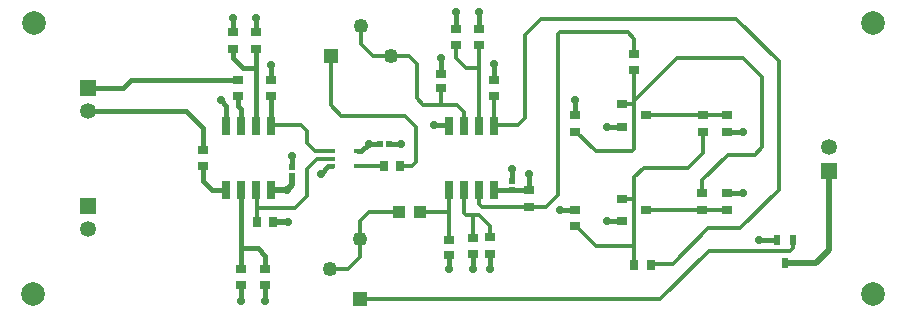
<source format=gbr>
G04*
G04 #@! TF.GenerationSoftware,Altium Limited,Altium Designer,23.8.1 (32)*
G04*
G04 Layer_Physical_Order=1*
G04 Layer_Color=255*
%FSLAX43Y43*%
%MOMM*%
G71*
G04*
G04 #@! TF.SameCoordinates,4157314E-2F8B-4695-BFB2-F8FC6B21436D*
G04*
G04*
G04 #@! TF.FilePolarity,Positive*
G04*
G01*
G75*
%ADD15R,0.472X0.515*%
%ADD16R,0.515X0.472*%
%ADD17R,0.500X0.850*%
%ADD18R,0.900X0.700*%
%ADD19R,0.650X1.528*%
%ADD20R,0.900X0.800*%
%ADD21R,1.100X1.100*%
%ADD22R,0.850X0.800*%
%ADD23R,0.700X0.900*%
%ADD30R,0.400X0.300*%
%ADD37C,0.500*%
%ADD38C,0.400*%
%ADD39C,0.300*%
%ADD40C,0.381*%
%ADD41R,1.350X1.350*%
%ADD42C,1.350*%
%ADD43C,2.000*%
%ADD44R,1.250X1.250*%
%ADD45C,1.250*%
%ADD46R,1.250X1.250*%
%ADD47C,0.700*%
D15*
X43500Y12604D02*
D03*
Y11846D02*
D03*
X24875Y13804D02*
D03*
Y13046D02*
D03*
D16*
X33104Y15800D02*
D03*
X32346D02*
D03*
D17*
X66650Y5700D02*
D03*
X66000Y7650D02*
D03*
X67300D02*
D03*
D18*
X61700Y18200D02*
D03*
Y16800D02*
D03*
X59700Y18200D02*
D03*
Y16800D02*
D03*
X61725Y10200D02*
D03*
Y11600D02*
D03*
X59650Y10200D02*
D03*
Y11600D02*
D03*
X48875Y8800D02*
D03*
Y10200D02*
D03*
X45000Y10450D02*
D03*
Y11850D02*
D03*
X40225Y7825D02*
D03*
Y6425D02*
D03*
X41675Y7875D02*
D03*
Y6475D02*
D03*
X53875Y22000D02*
D03*
Y23400D02*
D03*
X42030Y21225D02*
D03*
Y19825D02*
D03*
X17325Y13875D02*
D03*
Y15275D02*
D03*
X23155Y21225D02*
D03*
Y19825D02*
D03*
X48875Y16800D02*
D03*
Y18200D02*
D03*
X20350Y19825D02*
D03*
Y21225D02*
D03*
X38760Y24125D02*
D03*
Y25525D02*
D03*
X20615Y5225D02*
D03*
Y3825D02*
D03*
X40760Y25525D02*
D03*
Y24125D02*
D03*
X19885Y23825D02*
D03*
Y25225D02*
D03*
X21885Y25225D02*
D03*
Y23825D02*
D03*
X22615Y5225D02*
D03*
Y3825D02*
D03*
D19*
X42030Y17336D02*
D03*
X40760D02*
D03*
X39490D02*
D03*
X38220D02*
D03*
Y11914D02*
D03*
X39490D02*
D03*
X40760D02*
D03*
X42030D02*
D03*
X23155Y17336D02*
D03*
X21885D02*
D03*
X20615D02*
D03*
X19345D02*
D03*
Y11914D02*
D03*
X20615D02*
D03*
X21885D02*
D03*
X23155D02*
D03*
D20*
X52875Y11150D02*
D03*
Y9250D02*
D03*
X54875Y10200D02*
D03*
X52875Y19150D02*
D03*
Y17250D02*
D03*
X54875Y18200D02*
D03*
D21*
X35775Y9975D02*
D03*
X33975D02*
D03*
D22*
X38225Y7651D02*
D03*
Y6399D02*
D03*
X37525Y21726D02*
D03*
Y20474D02*
D03*
D23*
X55275Y5550D02*
D03*
X53875D02*
D03*
X23300Y9175D02*
D03*
X21900D02*
D03*
X32650Y13875D02*
D03*
X34050D02*
D03*
D30*
X30350Y15175D02*
D03*
Y13875D02*
D03*
X28350D02*
D03*
Y14525D02*
D03*
Y15175D02*
D03*
D37*
X70373Y6798D02*
Y13500D01*
X24875Y12270D02*
Y13046D01*
X23184Y11885D02*
X24500D01*
X23155Y11914D02*
X23184Y11885D01*
X24500Y11895D02*
X24875Y12270D01*
X24500Y11885D02*
Y11895D01*
X69275Y5700D02*
X70373Y6798D01*
X66650Y5700D02*
X69275D01*
X23300Y9175D02*
X24525D01*
D38*
X11250Y21225D02*
X20350D01*
X10575Y20550D02*
X11250Y21225D01*
X7627Y20550D02*
X10575D01*
X15900Y18550D02*
X17325Y17125D01*
X7627Y18550D02*
X15900D01*
X24875Y13804D02*
Y14790D01*
X33139Y15800D02*
X34125D01*
X31375Y15800D02*
X32346D01*
X19875Y25375D02*
Y26475D01*
X43500Y12639D02*
Y13625D01*
X42094Y11850D02*
X44965D01*
X45000Y11885D01*
X42030Y11914D02*
X42094Y11850D01*
X51600Y9250D02*
X52875D01*
X47600Y10200D02*
X48875D01*
X51600Y17250D02*
X52875D01*
X64425Y7650D02*
X66000D01*
X20615Y6925D02*
Y11885D01*
Y6925D02*
X22000D01*
X22615Y5325D02*
Y6310D01*
X20615Y5225D02*
Y6925D01*
X22000D02*
X22615Y6310D01*
X21885Y11885D02*
X21892Y11877D01*
Y9182D02*
X21900Y9175D01*
X19345Y11425D02*
Y11885D01*
X17325Y12675D02*
Y13875D01*
X18115Y11885D02*
X19345D01*
X17325Y12675D02*
X18115Y11885D01*
X32650Y13875D02*
X32650Y13875D01*
X27950Y13875D02*
X28250D01*
X27325Y13250D02*
X27950Y13875D01*
X20600Y2475D02*
Y3810D01*
X22615Y2475D02*
Y3725D01*
X61700Y16800D02*
X63075D01*
X61725Y11600D02*
X63100D01*
X42030Y21225D02*
Y22575D01*
X48875Y18200D02*
Y19475D01*
X45000Y11885D02*
Y13200D01*
X40225Y5150D02*
Y6425D01*
X41675Y5150D02*
Y6475D01*
X38225Y5150D02*
X38225Y5150D01*
Y6199D01*
X30750Y15175D02*
X31375Y15800D01*
X30450Y15175D02*
X30750D01*
X19345Y17365D02*
Y19020D01*
X18850Y19515D02*
X19345Y19020D01*
X17325Y15275D02*
Y17125D01*
X38760Y25525D02*
Y26975D01*
X38760Y26975D02*
X38760Y26975D01*
X40760Y25525D02*
Y26975D01*
X37525Y21726D02*
Y23075D01*
X38760Y25525D02*
X38760Y25525D01*
X37525Y23075D02*
X37525Y23075D01*
X23155Y17365D02*
Y19825D01*
Y17365D02*
X23155Y17365D01*
X23155Y19825D02*
X23155Y19825D01*
X23150Y21230D02*
Y22475D01*
X38220Y17365D02*
X38220Y17365D01*
X36900Y17365D02*
X38220D01*
X19885Y23090D02*
Y23625D01*
Y23090D02*
X20775Y22200D01*
X20615Y17365D02*
Y18760D01*
X21885Y23825D02*
X21885Y23825D01*
X20350Y19025D02*
X20615Y18760D01*
X20775Y22200D02*
X21885D01*
X20350Y19025D02*
Y19825D01*
X21885Y17365D02*
Y22200D01*
Y23825D01*
Y17365D02*
X21885Y17365D01*
X21875Y25235D02*
Y26475D01*
D39*
X45000Y10450D02*
X46375D01*
X47400Y11475D02*
Y25091D01*
X46375Y10450D02*
X47400Y11475D01*
X47576Y25267D02*
X53308D01*
X47400Y25091D02*
X47576Y25267D01*
X35425Y14275D02*
Y17250D01*
X34500Y18175D02*
X35425Y17250D01*
X29075Y18175D02*
X34500D01*
X34050Y13875D02*
X35025D01*
X35425Y14275D01*
X67300Y6925D02*
Y7650D01*
X67100Y6725D02*
X67300Y6925D01*
X60175Y6725D02*
X67100D01*
X53875Y11175D02*
Y12950D01*
X52875Y11150D02*
X53850D01*
X53875Y11175D01*
Y7326D02*
Y11175D01*
Y19125D02*
Y22000D01*
Y15326D02*
Y19125D01*
X52875Y19150D02*
X53850D01*
X53875Y19125D01*
X59700Y18200D02*
X61700D01*
X29600Y5175D02*
X30665Y6240D01*
X21892Y10390D02*
Y11877D01*
Y9182D02*
Y10390D01*
X25160D01*
X26125Y11356D01*
X30665Y7715D02*
Y9265D01*
Y6240D02*
Y7715D01*
X28125Y5175D02*
X29600D01*
X26125Y11356D02*
Y13625D01*
X30450Y13875D02*
X32650D01*
X41675Y7875D02*
X41675Y7875D01*
X35775Y9975D02*
X38177D01*
X30665Y9265D02*
X31375Y9975D01*
X33975D01*
X26125Y13625D02*
X27025Y14525D01*
X45950Y26375D02*
X62528D01*
X60150Y8625D02*
X62850D01*
X56085Y2635D02*
X60175Y6725D01*
X30665Y2635D02*
X56085D01*
X63075Y23075D02*
X64700Y21450D01*
X64100Y14875D02*
X64700Y15475D01*
Y21450D01*
X61775Y14875D02*
X64100D01*
X62528Y26375D02*
X66125Y22778D01*
X62850Y8625D02*
X66125Y11900D01*
Y22778D01*
X57500Y23075D02*
X63075D01*
X59700Y18200D02*
X59700Y18200D01*
X55360Y18200D02*
X59700D01*
X48975Y8800D02*
X50625Y7150D01*
X53699D01*
X42030Y17365D02*
X44015D01*
X44600Y17950D01*
Y25025D02*
X45950Y26375D01*
X44600Y17950D02*
Y25025D01*
X53875Y22000D02*
X53875Y22000D01*
X59650Y10200D02*
X61725D01*
X59650Y10200D02*
X59650Y10200D01*
X59650Y12750D02*
X61775Y14875D01*
X58400Y13750D02*
X59700Y15050D01*
Y16800D01*
X50625Y15150D02*
X53699D01*
X48875Y16800D02*
X48975D01*
X50625Y15150D01*
X53699D02*
X53875Y15326D01*
X53308Y25267D02*
X53875Y24700D01*
Y23400D02*
Y24700D01*
X39490Y9910D02*
Y11885D01*
X40760Y10690D02*
Y11885D01*
X48875Y8800D02*
X48975D01*
X41000Y10450D02*
X44525D01*
X40760Y10690D02*
X41000Y10450D01*
X40225Y9730D02*
X40770D01*
X39670D02*
X40225D01*
X40770D02*
X41675Y8825D01*
X39490Y9910D02*
X39670Y9730D01*
X38220Y10018D02*
Y11885D01*
X42030Y17365D02*
X42030Y17365D01*
X42030Y17365D02*
Y19825D01*
X53699Y7150D02*
X53875Y7326D01*
X53875Y7326D01*
Y5550D02*
Y7326D01*
X55275Y5550D02*
X55374Y5649D01*
X57174D01*
X60150Y8625D01*
X40225Y7825D02*
Y9730D01*
X41675Y7875D02*
Y8825D01*
X38220Y7600D02*
Y10018D01*
X59650Y11600D02*
Y12750D01*
X53875Y19450D02*
X57500Y23075D01*
X55360Y10200D02*
X59650D01*
X53875Y12950D02*
X54675Y13750D01*
X58400D01*
X27025Y14525D02*
X28250D01*
X26180Y15870D02*
X26875Y15175D01*
X23155Y17365D02*
X25660D01*
X26180Y15870D02*
Y16845D01*
X26875Y15175D02*
X28250D01*
X25660Y17365D02*
X26180Y16845D01*
X31765Y23210D02*
X33240D01*
X30700Y24275D02*
Y25750D01*
Y24275D02*
X31765Y23210D01*
X33240D02*
X34790D01*
X35475Y22525D01*
X28160Y19090D02*
Y23210D01*
Y19090D02*
X29075Y18175D01*
X40760Y22200D02*
Y24125D01*
X38760Y23090D02*
Y24125D01*
Y23090D02*
X39650Y22200D01*
X40760D01*
Y17365D02*
X40760Y17365D01*
X37525Y19100D02*
X38900D01*
X37525D02*
Y20474D01*
X36000Y19100D02*
X37525D01*
X40760Y17365D02*
Y22200D01*
X38900Y19100D02*
X39490Y18510D01*
Y17365D02*
Y18510D01*
X35475Y19625D02*
X36000Y19100D01*
X35475Y19625D02*
Y22525D01*
D40*
X52875Y9250D02*
X52875Y9250D01*
X48875Y10200D02*
X48875Y10200D01*
X52875Y17250D02*
X52875Y17250D01*
X61700Y16800D02*
X61713Y16788D01*
Y11613D02*
X61725Y11600D01*
X48875Y18200D02*
X48875Y18200D01*
D41*
X7627Y20550D02*
D03*
Y10550D02*
D03*
X70373Y13500D02*
D03*
D42*
X7627Y18550D02*
D03*
Y8550D02*
D03*
X70373Y15500D02*
D03*
D43*
X3000Y3050D02*
D03*
X3050Y26050D02*
D03*
X74050Y3050D02*
D03*
Y26050D02*
D03*
D44*
X28160Y23210D02*
D03*
D45*
X30700Y25750D02*
D03*
X33240Y23210D02*
D03*
X28125Y5175D02*
D03*
X30665Y7715D02*
D03*
D46*
Y2635D02*
D03*
D47*
X24875Y14790D02*
D03*
X34125Y15800D02*
D03*
X43500Y13625D02*
D03*
X51600Y9250D02*
D03*
X47600Y10200D02*
D03*
X51600Y17250D02*
D03*
X64425Y7650D02*
D03*
X63100Y11600D02*
D03*
X63075Y16800D02*
D03*
X40760Y26975D02*
D03*
X20600Y2475D02*
D03*
X24500Y11885D02*
D03*
X21875Y26475D02*
D03*
X23150Y22475D02*
D03*
X22615Y2475D02*
D03*
X24525Y9175D02*
D03*
X27325Y13250D02*
D03*
X48875Y19475D02*
D03*
X45000Y13200D02*
D03*
X41675Y5150D02*
D03*
X36900Y17365D02*
D03*
X37525Y23075D02*
D03*
X40225Y5150D02*
D03*
X42030Y22575D02*
D03*
X31375Y15800D02*
D03*
X38760Y26975D02*
D03*
X19875Y26475D02*
D03*
X38225Y5150D02*
D03*
X18850Y19515D02*
D03*
M02*

</source>
